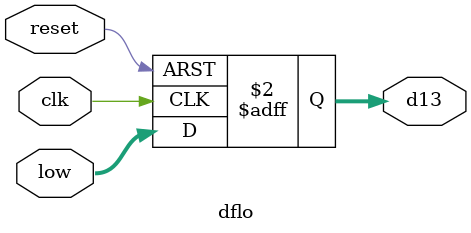
<source format=v>
module dflo(clk,reset,low,d13
    );
input clk,reset;
input [15:0] low;
output reg [15:0] d13;
always @(posedge clk,posedge reset)
begin
if(reset)
begin
    
    d13<=0;
	 
end
else 
begin
  d13<=low;
end	 

   
end

endmodule
</source>
